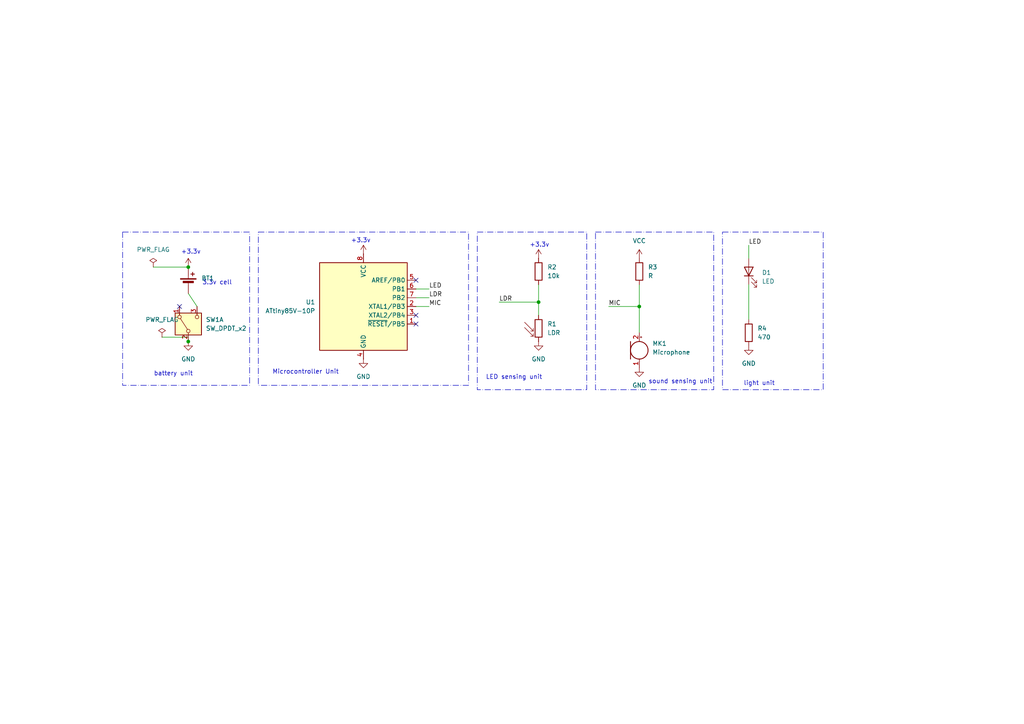
<source format=kicad_sch>
(kicad_sch (version 20250114) (generator "eeschema") (generator_version "9.0")
  (paper "A4")
  (lib_symbols
    (symbol "Device:Battery_Cell" (pin_numbers (hide yes)) (pin_names (offset 0) (hide yes))
      (property "Reference" "BT" (at 2.54 2.54 0))
      (property "Value" "Battery_Cell" (at 2.54 0 0))
      (symbol "Battery_Cell_0_1"
        (rectangle (start -2.286 1.778) (end 2.286 1.524) (fill (type outline)))
        (rectangle (start -1.524 1.016) (end 1.524 0.508) (fill (type outline)))
        (polyline (pts (xy 0 1.778) (xy 0 2.54)))
        (polyline (pts (xy 0 0.762) (xy 0 0)))
        (polyline (pts (xy 0.762 3.048) (xy 1.778 3.048)) (stroke (width 0.254)))
        (polyline (pts (xy 1.27 3.556) (xy 1.27 2.54)) (stroke (width 0.254)))
      )
      (symbol "Battery_Cell_1_1"
        (pin passive line (at 0 5.08 270) (length 2.54) (name "+") (number "1"))
        (pin passive line (at 0 -2.54 90) (length 2.54) (name "-") (number "2"))
      )
    )
    (symbol "Device:LED" (pin_numbers (hide yes)) (pin_names (offset 1.016) (hide yes))
      (property "Reference" "D" (at 0 2.54 0))
      (property "Value" "LED" (at 0 -2.54 0))
      (symbol "LED_0_1"
        (polyline (pts (xy -3.048 -0.762) (xy -4.572 -2.286) (xy -3.81 -2.286) (xy -4.572 -2.286) (xy -4.572 -1.524)))
        (polyline (pts (xy -1.778 -0.762) (xy -3.302 -2.286) (xy -2.54 -2.286) (xy -3.302 -2.286) (xy -3.302 -1.524)))
        (polyline (pts (xy -1.27 0) (xy 1.27 0)))
        (polyline (pts (xy -1.27 -1.27) (xy -1.27 1.27)) (stroke (width 0.254)))
        (polyline (pts (xy 1.27 -1.27) (xy 1.27 1.27) (xy -1.27 0) (xy 1.27 -1.27)) (stroke (width 0.254)))
      )
      (symbol "LED_1_1"
        (pin passive line (at -3.81 0 0) (length 2.54) (name "K") (number "1"))
        (pin passive line (at 3.81 0 180) (length 2.54) (name "A") (number "2"))
      )
    )
    (symbol "Device:Microphone" (pin_names (offset 0.0254) (hide yes))
      (property "Reference" "MK" (at -3.81 1.27 0))
      (property "Value" "Microphone" (at -3.81 -0.635 0))
      (symbol "Microphone_0_1"
        (polyline (pts (xy -2.54 2.54) (xy -2.54 -2.54)) (stroke (width 0.254)))
        (circle (center 0 0) (radius 2.54) (stroke (width 0.254)))
        (polyline (pts (xy 0.254 3.81) (xy 0.762 3.81)))
        (polyline (pts (xy 0.508 4.064) (xy 0.508 3.556)))
      )
      (symbol "Microphone_1_1"
        (pin passive line (at 0 5.08 270) (length 2.54) (name "+") (number "2"))
        (pin passive line (at 0 -5.08 90) (length 2.54) (name "-") (number "1"))
      )
    )
    (symbol "Device:R" (pin_numbers (hide yes)) (pin_names (offset 0))
      (property "Reference" "R" (at 2.032 0 90))
      (property "Value" "R" (at 0 0 90))
      (symbol "R_0_1"
        (rectangle (start -1.016 -2.54) (end 1.016 2.54) (stroke (width 0.254)))
      )
      (symbol "R_1_1"
        (pin passive line (at 0 3.81 270) (length 1.27) (name "~") (number "1"))
        (pin passive line (at 0 -3.81 90) (length 1.27) (name "~") (number "2"))
      )
    )
    (symbol "MCU_Microchip_ATtiny:ATtiny85V-10P"
      (property "Reference" "U" (at -12.7 13.97 0))
      (property "Value" "ATtiny85V-10P" (at 2.54 -13.97 0))
      (symbol "ATtiny85V-10P_0_1"
        (rectangle (start -12.7 -12.7) (end 12.7 12.7) (stroke (width 0.254)) (fill (type background)))
      )
      (symbol "ATtiny85V-10P_1_1"
        (pin power_in line (at 0 15.24 270) (length 2.54) (name "VCC") (number "8"))
        (pin power_in line (at 0 -15.24 90) (length 2.54) (name "GND") (number "4"))
        (pin bidirectional line (at 15.24 7.62 180) (length 2.54) (name "AREF/PB0") (number "5"))
        (pin bidirectional line (at 15.24 5.08 180) (length 2.54) (name "PB1") (number "6"))
        (pin bidirectional line (at 15.24 2.54 180) (length 2.54) (name "PB2") (number "7"))
        (pin bidirectional line (at 15.24 0 180) (length 2.54) (name "XTAL1/PB3") (number "2"))
        (pin bidirectional line (at 15.24 -2.54 180) (length 2.54) (name "XTAL2/PB4") (number "3"))
        (pin bidirectional line (at 15.24 -5.08 180) (length 2.54) (name "~{RESET}/PB5") (number "1"))
      )
    )
    (symbol "Sensor_Optical:LDR03" (pin_numbers (hide yes)) (pin_names (offset 0))
      (property "Reference" "R" (at -5.08 0 90))
      (property "Value" "LDR03" (at 1.905 0 90))
      (symbol "LDR03_0_1"
        (polyline (pts (xy -1.524 -0.762) (xy -4.064 1.778)))
        (polyline (pts (xy -1.524 -0.762) (xy -2.286 -0.762)))
        (polyline (pts (xy -1.524 -0.762) (xy -1.524 0)))
        (polyline (pts (xy -1.524 -2.286) (xy -4.064 0.254)))
        (polyline (pts (xy -1.524 -2.286) (xy -2.286 -2.286)))
        (polyline (pts (xy -1.524 -2.286) (xy -1.524 -1.524)))
        (rectangle (start -1.016 2.54) (end 1.016 -2.54) (stroke (width 0.254)))
      )
      (symbol "LDR03_1_1"
        (pin passive line (at 0 3.81 270) (length 1.27) (name "~") (number "1"))
        (pin passive line (at 0 -3.81 90) (length 1.27) (name "~") (number "2"))
      )
    )
    (symbol "Switch:SW_DPDT_x2" (pin_names (offset 0) (hide yes))
      (property "Reference" "SW" (at 0 5.08 0))
      (property "Value" "SW_DPDT_x2" (at 0 -5.08 0))
      (symbol "SW_DPDT_x2_0_0"
        (circle (center -2.032 0) (radius 0.508))
        (circle (center 2.032 -2.54) (radius 0.508))
      )
      (symbol "SW_DPDT_x2_0_1"
        (rectangle (start -3.175 3.81) (end 3.175 -3.81) (stroke (width 0.254)) (fill (type background)))
        (polyline (pts (xy -1.524 0.254) (xy 1.5748 2.286)))
        (circle (center 2.032 2.54) (radius 0.508))
      )
      (symbol "SW_DPDT_x2_1_1"
        (pin passive line (at -5.08 0 0) (length 2.54) (name "B") (number "2"))
        (pin passive line (at 5.08 2.54 180) (length 2.54) (name "A") (number "1"))
        (pin passive line (at 5.08 -2.54 180) (length 2.54) (name "C") (number "3"))
      )
      (symbol "SW_DPDT_x2_2_1"
        (pin passive line (at -5.08 0 0) (length 2.54) (name "B") (number "5"))
        (pin passive line (at 5.08 2.54 180) (length 2.54) (name "A") (number "4"))
        (pin passive line (at 5.08 -2.54 180) (length 2.54) (name "C") (number "6"))
      )
    )
    (symbol "power:GND" (power) (pin_numbers (hide yes)) (pin_names (offset 0) (hide yes))
      (property "Value" "GND" (at 0 -3.81 0))
      (symbol "GND_0_1"
        (polyline (pts (xy 0 0) (xy 0 -1.27) (xy 1.27 -1.27) (xy 0 -2.54) (xy -1.27 -1.27) (xy 0 -1.27)))
      )
      (symbol "GND_1_1"
        (pin power_in line (at 0 0 270) (length 0) (name "~") (number "1"))
      )
    )
    (symbol "power:PWR_FLAG" (power) (pin_numbers (hide yes)) (pin_names (offset 0) (hide yes))
      (property "Value" "PWR_FLAG" (at 0 3.81 0))
      (symbol "PWR_FLAG_0_0"
        (pin power_out line (at 0 0 90) (length 0) (name "~") (number "1"))
      )
      (symbol "PWR_FLAG_0_1"
        (polyline (pts (xy 0 0) (xy 0 1.27) (xy -1.016 1.905) (xy 0 2.54) (xy 1.016 1.905) (xy 0 1.27)))
      )
    )
    (symbol "power:VCC" (power) (pin_numbers (hide yes)) (pin_names (offset 0) (hide yes))
      (property "Value" "VCC" (at 0 3.556 0))
      (symbol "VCC_0_1"
        (polyline (pts (xy -0.762 1.27) (xy 0 2.54)))
        (polyline (pts (xy 0 2.54) (xy 0.762 1.27)))
        (polyline (pts (xy 0 0) (xy 0 2.54)))
      )
      (symbol "VCC_1_1"
        (pin power_in line (at 0 0 90) (length 0) (name "~") (number "1"))
      )
    )
  )
  (text "+3.3v" (at 156.464 71.12 0) (effects (font (size 1.27 1.27))))
  (text "light unit" (at 220.218 111.252 0) (effects (font (size 1.27 1.27))))
  (text "LED sensing unit\n" (at 149.098 109.474 0) (effects (font (size 1.27 1.27))))
  (text "+3.3v" (at 55.372 73.152 0) (effects (font (size 1.27 1.27))))
  (text "Microcontroller Unit" (at 88.646 107.95 0) (effects (font (size 1.27 1.27))))
  (text "+3.3v" (at 104.648 69.85 0) (effects (font (size 1.27 1.27))))
  (text "sound sensing unit" (at 197.358 110.744 0) (effects (font (size 1.27 1.27))))
  (text "3.3v cell" (at 62.992 82.042 0) (effects (font (size 1.27 1.27))))
  (text "battery unit" (at 50.292 108.458 0) (effects (font (size 1.27 1.27))))
  (text_box "" (at 209.55 67.31 0) (size 29.21 45.72) (margins 0.9525 0.9525 0.9525 0.9525) (stroke (width 0) (type dash_dot)) (effects (font (size 1.27 1.27)) (justify left top)))
  (text_box "" (at 74.93 67.31 0) (size 60.96 44.45) (margins 0.9525 0.9525 0.9525 0.9525) (stroke (width 0) (type dash_dot)) (effects (font (size 1.27 1.27)) (justify left top)))
  (text_box "" (at 138.43 67.31 0) (size 31.75 45.72) (margins 0.9525 0.9525 0.9525 0.9525) (stroke (width 0) (type dash_dot)) (effects (font (size 1.27 1.27)) (justify left top)))
  (text_box "" (at 172.72 67.31 0) (size 34.29 45.72) (margins 0.9525 0.9525 0.9525 0.9525) (stroke (width 0) (type dash_dot)) (effects (font (size 1.27 1.27)) (justify left top)))
  (text_box "" (at 35.56 67.31 0) (size 36.83 44.45) (margins 0.9525 0.9525 0.9525 0.9525) (stroke (width 0) (type dash_dot)) (effects (font (size 1.27 1.27)) (justify left top)))
  (junction (at 156.21 87.63))
  (junction (at 54.61 99.06))
  (junction (at 185.42 88.9))
  (junction (at 54.61 77.47))
  (no_connect (at 120.65 93.98))
  (no_connect (at 52.07 88.9))
  (no_connect (at 120.65 91.44))
  (no_connect (at 120.65 81.28))
  (wire (pts (xy 44.45 77.47) (xy 54.61 77.47)))
  (wire (pts (xy 156.21 87.63) (xy 156.21 82.55)))
  (wire (pts (xy 54.61 85.09) (xy 57.15 88.9)))
  (wire (pts (xy 120.65 88.9) (xy 124.46 88.9)))
  (wire (pts (xy 176.53 88.9) (xy 185.42 88.9)))
  (wire (pts (xy 217.17 74.93) (xy 217.17 71.12)))
  (wire (pts (xy 156.21 91.44) (xy 156.21 87.63)))
  (wire (pts (xy 46.99 97.79) (xy 54.61 97.79)))
  (wire (pts (xy 185.42 96.52) (xy 185.42 88.9)))
  (wire (pts (xy 144.78 87.63) (xy 156.21 87.63)))
  (wire (pts (xy 217.17 82.55) (xy 217.17 92.71)))
  (wire (pts (xy 54.61 97.79) (xy 54.61 99.06)))
  (wire (pts (xy 120.65 86.36) (xy 124.46 86.36)))
  (wire (pts (xy 185.42 88.9) (xy 185.42 82.55)))
  (wire (pts (xy 120.65 83.82) (xy 124.46 83.82)))
  (label "LDR" (at 144.78 87.63 0))
  (label "LDR" (at 124.46 86.36 0))
  (label "MIC" (at 124.46 88.9 0))
  (label "LED" (at 124.46 83.82 0))
  (label "MIC" (at 176.53 88.9 0))
  (label "LED" (at 217.17 71.12 0))
  (symbol (lib_id "power:VCC") (at 105.41 73.66 0) (unit 1)
    (property "Reference" "#PWR03" (effects (hide yes)))
    (property "Value" "VCC" (effects (hide yes)))
    (property "Description" "Power symbol creates a global label with name \"VCC\"" (effects (hide yes)))
  )
  (symbol (lib_id "power:GND") (at 185.42 106.68 0) (unit 1)
    (property "Reference" "#PWR08" (effects (hide yes)))
    (property "Value" "GND" (at 185.42 111.76 0))
    (property "Description" "Power symbol creates a global label with name \"GND\" , ground" (effects (hide yes)))
  )
  (symbol (lib_id "power:GND") (at 217.17 100.33 0) (unit 1)
    (property "Reference" "#PWR09" (effects (hide yes)))
    (property "Value" "GND" (at 217.17 105.41 0))
    (property "Description" "Power symbol creates a global label with name \"GND\" , ground" (effects (hide yes)))
  )
  (symbol (lib_id "Sensor_Optical:LDR03") (at 156.21 95.25 0) (unit 1)
    (property "Reference" "R1" (at 158.75 93.9799 0) (effects (justify left)))
    (property "Value" "LDR" (at 158.75 96.5199 0) (effects (justify left)))
    (property "Footprint" "OptoDevice:R_LDR_10x8.5mm_P7.6mm_Vertical" (effects (hide yes)))
    (property "Datasheet" "http://www.elektronica-componenten.nl/WebRoot/StoreNL/Shops/61422969/54F1/BA0C/C664/31B9/2173/C0A8/2AB9/2AEF/LDR03IMP.pdf" (effects (hide yes)))
    (property "Description" "light dependent resistor" (effects (hide yes)))
  )
  (symbol (lib_id "Device:R") (at 185.42 78.74 0) (unit 1)
    (property "Reference" "R3" (at 187.96 77.4699 0) (effects (justify left)))
    (property "Value" "R" (at 187.96 80.0099 0) (effects (justify left)))
    (property "Footprint" "Resistor_THT:R_Axial_DIN0207_L6.3mm_D2.5mm_P7.62mm_Horizontal" (effects (hide yes)))
    (property "Description" "Resistor" (effects (hide yes)))
  )
  (symbol (lib_id "Switch:SW_DPDT_x2") (at 54.61 93.98 90) (unit 1)
    (property "Reference" "SW1" (at 59.69 92.7099 90) (effects (justify right)))
    (property "Value" "SW_DPDT_x2" (at 59.69 95.2499 90) (effects (justify right)))
    (property "Footprint" "Button_Switch_THT:SW_PUSH_E-Switch_FS5700DP_DPDT" (effects (hide yes)))
    (property "Description" "Switch, dual pole double throw, separate symbols" (effects (hide yes)))
  )
  (symbol (lib_id "power:PWR_FLAG") (at 46.99 97.79 0) (unit 1)
    (property "Reference" "#FLG01" (effects (hide yes)))
    (property "Value" "PWR_FLAG" (at 46.99 92.71 0))
    (property "Description" "Special symbol for telling ERC where power comes from" (effects (hide yes)))
  )
  (symbol (lib_id "power:GND") (at 54.61 99.06 0) (unit 1)
    (property "Reference" "#PWR02" (effects (hide yes)))
    (property "Value" "GND" (at 54.61 104.14 0))
    (property "Description" "Power symbol creates a global label with name \"GND\" , ground" (effects (hide yes)))
  )
  (symbol (lib_id "Device:Microphone") (at 185.42 101.6 0) (unit 1)
    (property "Reference" "MK1" (at 189.23 99.6314 0) (effects (justify left)))
    (property "Value" "Microphone" (at 189.23 102.1714 0) (effects (justify left)))
    (property "Footprint" "Audio_Module:Reverb_BTDR-1H" (effects (hide yes)))
    (property "Description" "Microphone" (effects (hide yes)))
  )
  (symbol (lib_id "MCU_Microchip_ATtiny:ATtiny85V-10P") (at 105.41 88.9 0) (unit 1)
    (property "Reference" "U1" (at 91.44 87.6299 0) (effects (justify right)))
    (property "Value" "ATtiny85V-10P" (at 91.44 90.1699 0) (effects (justify right)))
    (property "Footprint" "Package_DIP:DIP-8_W7.62mm" (effects (hide yes)))
    (property "Datasheet" "http://ww1.microchip.com/downloads/en/DeviceDoc/atmel-2586-avr-8-bit-microcontroller-attiny25-attiny45-attiny85_datasheet.pdf" (effects (hide yes)))
    (property "Description" "10MHz, 8kB Flash, 512B SRAM, 512B EEPROM, debugWIRE, DIP-8" (effects (hide yes)))
  )
  (symbol (lib_id "power:VCC") (at 185.42 74.93 0) (unit 1)
    (property "Reference" "#PWR07" (effects (hide yes)))
    (property "Value" "VCC" (at 185.42 69.85 0))
    (property "Description" "Power symbol creates a global label with name \"VCC\"" (effects (hide yes)))
  )
  (symbol (lib_id "Device:Battery_Cell") (at 54.61 82.55 0) (unit 1)
    (property "Reference" "BT1" (at 58.42 80.7084 0) (effects (justify left)))
    (property "Value" "3.3v cell" (effects (hide yes)))
    (property "Footprint" "Battery:BatteryHolder_Keystone_3034_1x20mm" (effects (hide yes)))
    (property "Description" "Single-cell battery" (effects (hide yes)))
  )
  (symbol (lib_id "Device:R") (at 217.17 96.52 0) (unit 1)
    (property "Reference" "R4" (at 219.71 95.2499 0) (effects (justify left)))
    (property "Value" "470" (at 219.71 97.7899 0) (effects (justify left)))
    (property "Footprint" "Resistor_THT:R_Axial_Power_L20.0mm_W6.4mm_P25.40mm" (effects (hide yes)))
    (property "Description" "Resistor" (effects (hide yes)))
  )
  (symbol (lib_id "power:VCC") (at 156.21 74.93 0) (unit 1)
    (property "Reference" "#PWR06" (effects (hide yes)))
    (property "Value" "VCC" (effects (hide yes)))
    (property "Description" "Power symbol creates a global label with name \"VCC\"" (effects (hide yes)))
  )
  (symbol (lib_id "power:GND") (at 156.21 99.06 0) (unit 1)
    (property "Reference" "#PWR05" (effects (hide yes)))
    (property "Value" "GND" (at 156.21 104.14 0))
    (property "Description" "Power symbol creates a global label with name \"GND\" , ground" (effects (hide yes)))
  )
  (symbol (lib_id "power:VCC") (at 54.61 77.47 0) (unit 1)
    (property "Reference" "#PWR01" (effects (hide yes)))
    (property "Value" "VCC" (effects (hide yes)))
    (property "Description" "Power symbol creates a global label with name \"VCC\"" (effects (hide yes)))
  )
  (symbol (lib_id "Device:LED") (at 217.17 78.74 90) (unit 1)
    (property "Reference" "D1" (at 220.98 79.0574 90) (effects (justify right)))
    (property "Value" "LED" (at 220.98 81.5974 90) (effects (justify right)))
    (property "Footprint" "LED_THT:LED_D3.0mm_Clear" (effects (hide yes)))
    (property "Description" "Light emitting diode" (effects (hide yes)))
    (property "Sim.Pins" "1=K 2=A" (effects (hide yes)))
  )
  (symbol (lib_id "power:GND") (at 105.41 104.14 0) (unit 1)
    (property "Reference" "#PWR04" (effects (hide yes)))
    (property "Value" "GND" (at 105.41 109.22 0))
    (property "Description" "Power symbol creates a global label with name \"GND\" , ground" (effects (hide yes)))
  )
  (symbol (lib_id "Device:R") (at 156.21 78.74 0) (unit 1)
    (property "Reference" "R2" (at 158.75 77.4699 0) (effects (justify left)))
    (property "Value" "10k" (at 158.75 80.01 0) (effects (justify left)))
    (property "Footprint" "Resistor_THT:R_Axial_DIN0204_L3.6mm_D1.6mm_P5.08mm_Horizontal" (effects (hide yes)))
    (property "Description" "Resistor" (effects (hide yes)))
  )
  (symbol (lib_id "power:PWR_FLAG") (at 44.45 77.47 0) (unit 1)
    (property "Reference" "#FLG02" (effects (hide yes)))
    (property "Value" "PWR_FLAG" (at 44.45 72.39 0))
    (property "Description" "Special symbol for telling ERC where power comes from" (effects (hide yes)))
  )
)
</source>
